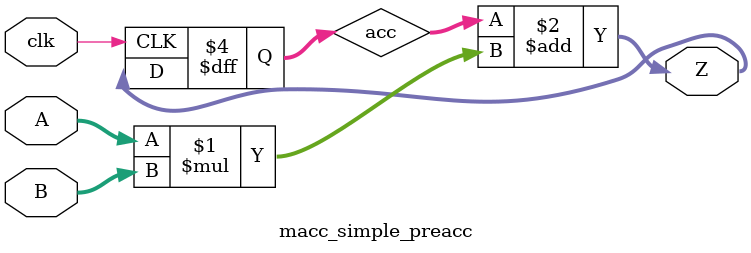
<source format=v>
module macc_simple_preacc (
    input  wire        clk,
    input  wire [ 7:0] A,
    input  wire [ 7:0] B,
    output wire [15:0] Z
);
    reg [15:0] acc;
    assign Z = acc + (A * B);
    always @(posedge clk)
        acc <= Z;
endmodule
</source>
